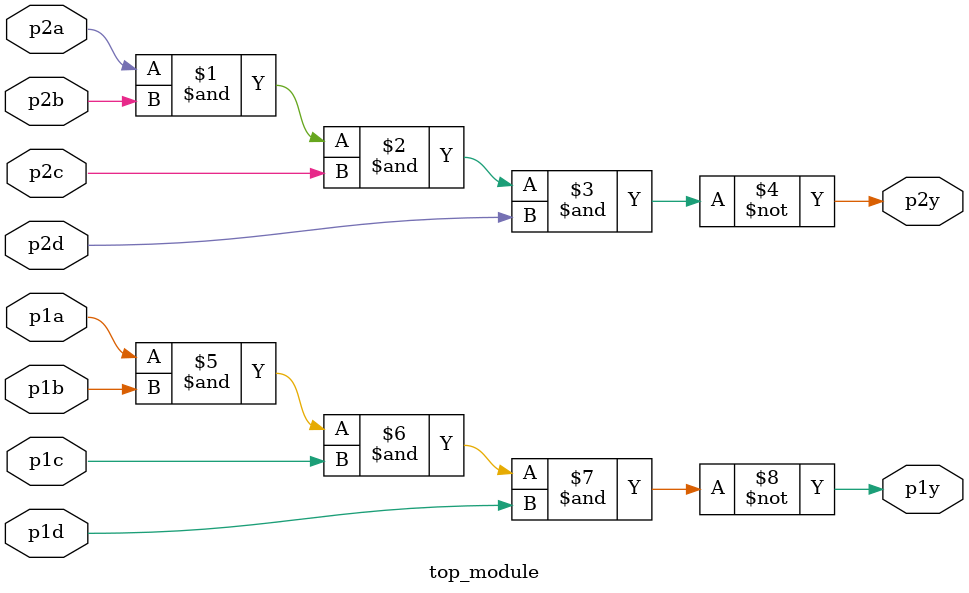
<source format=v>
module top_module ( 
    input p1a, p1b, p1c, p1d,
    output p1y,
    input p2a, p2b, p2c, p2d,
    output p2y );

    assign {p1y,p2y}={~(p1a&p1b&p1c&p1d),~(p2a&p2b&p2c&p2d)};
endmodule

</source>
